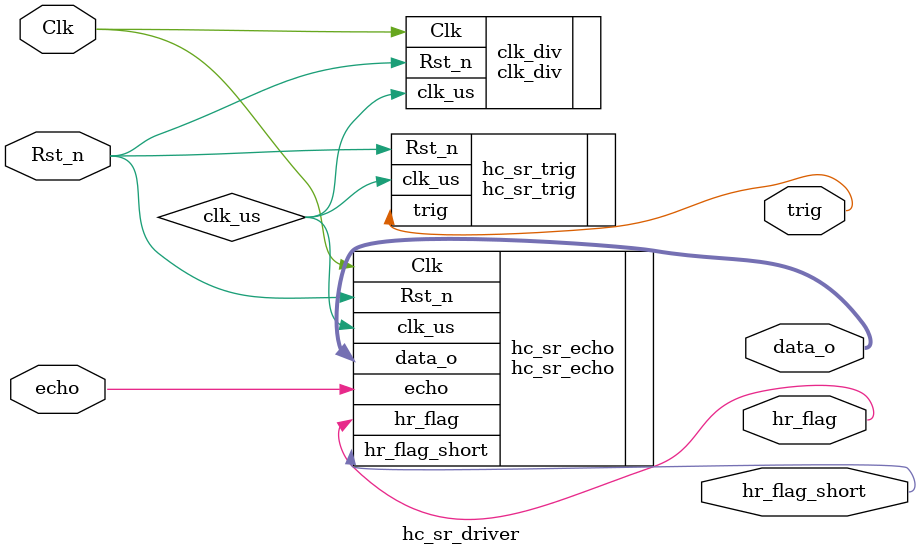
<source format=v>
/*================================================*\
		  Filename£ºhc_sr_driver.v
			 Author£ºXuKunyao
	  Description£º³¬Éù²¨Çý¶¯µ÷¶ÈÎÄ¼þ
  Target Devices: XC6SLX16-2FTG256-2C
   Tool versions: ISE 14.6(nt64/P.68d) 
  			  Email£º905407267@qq.com
			Company£º
\*================================================*/

module 	hc_sr_driver(
	input  wire			Clk	, //system clock 50MHz
	input  wire 		Rst_n	, //reset £¬low valid
	
	input  wire 		echo	, //
	output wire  		trig	, //´¥·¢²â¾àÐÅºÅ
	
	output wire [18:00]	data_o,	  //¼ì²â¾àÀë£¬±£Áô3Î»Ð¡Êý£¬µ¥Î»£ºcm
	output wire			hr_flag,
	output wire			hr_flag_short
);
//Interrnal wire/reg declarations
	wire			clk_us; //	
	
//Module instantiations £¬ self-build module
	clk_div clk_div(
		.Clk		(Clk		), //system clock 50MHz
		.Rst_n	(Rst_n	), //reset £¬low valid		
		.clk_us 	(clk_us 	)  //
	);
	hc_sr_trig hc_sr_trig(
		.clk_us	(clk_us	), //system clock 1MHz
		.Rst_n	(Rst_n	), //reset ï¼low valid		   
		.trig		(trig		)  //´¥·¢²â¾àÐÅºÅ
	);

	hc_sr_echo hc_sr_echo(
		.Clk		(Clk		), //clock 50MHz
		.clk_us	(clk_us	), //system clock 1MHz
		.Rst_n	(Rst_n	), //reset £¬low valid	   
		.echo		(echo		), //
		.data_o	(data_o	), //¼ì²â¾àÀë£¬±£Áô3Î»Ð¡Êý£¬*1000ÊµÏÖ
		.hr_flag(hr_flag),
		.hr_flag_short(hr_flag_short)
	);

endmodule 

</source>
